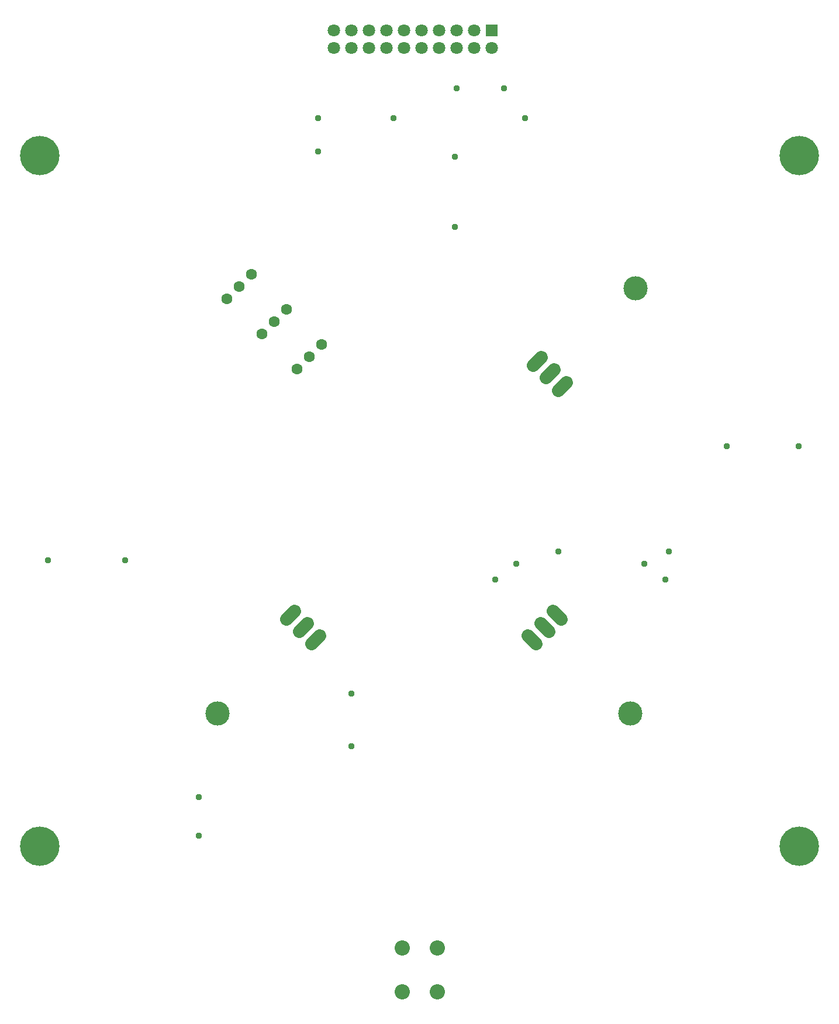
<source format=gbr>
G04 EAGLE Gerber RS-274X export*
G75*
%MOMM*%
%FSLAX34Y34*%
%LPD*%
%INSoldermask Top*%
%IPPOS*%
%AMOC8*
5,1,8,0,0,1.08239X$1,22.5*%
G01*
%ADD10C,1.603200*%
%ADD11C,2.203200*%
%ADD12R,1.803200X1.803200*%
%ADD13C,1.803200*%
%ADD14C,1.879600*%
%ADD15C,3.505200*%
%ADD16C,0.959600*%
%ADD17C,5.703200*%


D10*
X622300Y990600D03*
X640261Y1008561D03*
X658221Y1026521D03*
X571500Y1041400D03*
X589461Y1059361D03*
X607421Y1077321D03*
X520700Y1092200D03*
X538661Y1110161D03*
X556621Y1128121D03*
D11*
X774700Y152400D03*
X825500Y152400D03*
X825500Y88900D03*
X774700Y88900D03*
D12*
X904240Y1480820D03*
D13*
X904240Y1455420D03*
X878840Y1480820D03*
X878840Y1455420D03*
X853440Y1480820D03*
X853440Y1455420D03*
X828040Y1480820D03*
X828040Y1455420D03*
X802640Y1480820D03*
X802640Y1455420D03*
X777240Y1480820D03*
X777240Y1455420D03*
X751840Y1480820D03*
X751840Y1455420D03*
X726440Y1480820D03*
X726440Y1455420D03*
X701040Y1480820D03*
X701040Y1455420D03*
X675640Y1480820D03*
X675640Y1455420D03*
D14*
X993292Y640289D02*
X1005146Y628435D01*
X987186Y610474D02*
X975332Y622328D01*
X957371Y604368D02*
X969225Y592514D01*
D15*
X1105186Y492474D03*
D14*
X655529Y604368D02*
X643675Y592514D01*
X625714Y610474D02*
X637568Y622328D01*
X619608Y640289D02*
X607754Y628435D01*
D15*
X507714Y492474D03*
D14*
X964991Y995832D02*
X976845Y1007686D01*
X994806Y989726D02*
X982952Y977872D01*
X1000912Y959911D02*
X1012766Y971765D01*
D15*
X1112806Y1107726D03*
D16*
X652780Y1305560D03*
X652780Y1353820D03*
X909320Y685800D03*
X1155700Y685800D03*
X762000Y1353820D03*
X952500Y1353820D03*
X939800Y708660D03*
X1125220Y708660D03*
X373380Y713740D03*
X261620Y713740D03*
X853440Y1397000D03*
X922020Y1397000D03*
D17*
X250000Y1300000D03*
X1350000Y1300000D03*
X250000Y300000D03*
X1350000Y300000D03*
D16*
X701040Y444500D03*
X701040Y520700D03*
X1244600Y878840D03*
X1348740Y878840D03*
X480060Y370840D03*
X480060Y314960D03*
X850900Y1297940D03*
X850900Y1196340D03*
X1000760Y726440D03*
X1160780Y726440D03*
M02*

</source>
